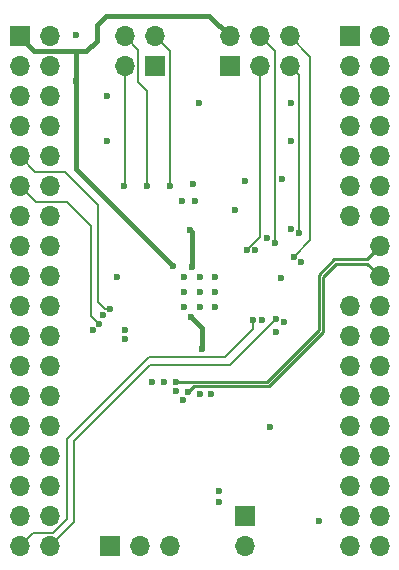
<source format=gbl>
G04 #@! TF.GenerationSoftware,KiCad,Pcbnew,(7.0.0)*
G04 #@! TF.CreationDate,2023-06-29T20:34:44+10:00*
G04 #@! TF.ProjectId,RP2040_minimal,52503230-3430-45f6-9d69-6e696d616c2e,REV1*
G04 #@! TF.SameCoordinates,Original*
G04 #@! TF.FileFunction,Copper,L4,Bot*
G04 #@! TF.FilePolarity,Positive*
%FSLAX46Y46*%
G04 Gerber Fmt 4.6, Leading zero omitted, Abs format (unit mm)*
G04 Created by KiCad (PCBNEW (7.0.0)) date 2023-06-29 20:34:44*
%MOMM*%
%LPD*%
G01*
G04 APERTURE LIST*
G04 #@! TA.AperFunction,ComponentPad*
%ADD10R,1.700000X1.700000*%
G04 #@! TD*
G04 #@! TA.AperFunction,ComponentPad*
%ADD11O,1.700000X1.700000*%
G04 #@! TD*
G04 #@! TA.AperFunction,ComponentPad*
%ADD12C,0.600000*%
G04 #@! TD*
G04 #@! TA.AperFunction,ViaPad*
%ADD13C,0.600000*%
G04 #@! TD*
G04 #@! TA.AperFunction,Conductor*
%ADD14C,0.400000*%
G04 #@! TD*
G04 #@! TA.AperFunction,Conductor*
%ADD15C,0.150000*%
G04 #@! TD*
G04 #@! TA.AperFunction,Conductor*
%ADD16C,0.230000*%
G04 #@! TD*
G04 APERTURE END LIST*
D10*
X163829999Y-119379999D03*
D11*
X163829999Y-121919999D03*
D12*
X161295000Y-101675000D03*
X161295000Y-100400000D03*
X161295000Y-99125000D03*
X160020000Y-101675000D03*
X160020000Y-100400000D03*
X160020000Y-99125000D03*
X158745000Y-101675000D03*
X158745000Y-100400000D03*
X158745000Y-99125000D03*
D10*
X152399999Y-121919999D03*
D11*
X154939999Y-121919999D03*
X157479999Y-121919999D03*
D10*
X162559999Y-81239999D03*
D11*
X162559999Y-78699999D03*
X165099999Y-81239999D03*
X165099999Y-78699999D03*
X167639999Y-81239999D03*
X167639999Y-78699999D03*
D10*
X156209999Y-81279999D03*
D11*
X153669999Y-81279999D03*
X156209999Y-78739999D03*
X153669999Y-78739999D03*
D10*
X144779999Y-78739999D03*
D11*
X147319999Y-78739999D03*
X144779999Y-81279999D03*
X147319999Y-81279999D03*
X144779999Y-83819999D03*
X147319999Y-83819999D03*
X144779999Y-86359999D03*
X147319999Y-86359999D03*
X144779999Y-88899999D03*
X147319999Y-88899999D03*
X144779999Y-91439999D03*
X147319999Y-91439999D03*
X144779999Y-93979999D03*
X147319999Y-93979999D03*
X144779999Y-96519999D03*
X147319999Y-96519999D03*
X144779999Y-99059999D03*
X147319999Y-99059999D03*
X144779999Y-101599999D03*
X147319999Y-101599999D03*
X144779999Y-104139999D03*
X147319999Y-104139999D03*
X144779999Y-106679999D03*
X147319999Y-106679999D03*
X144779999Y-109219999D03*
X147319999Y-109219999D03*
X144779999Y-111759999D03*
X147319999Y-111759999D03*
X144779999Y-114299999D03*
X147319999Y-114299999D03*
X144779999Y-116839999D03*
X147319999Y-116839999D03*
X144779999Y-119379999D03*
X147319999Y-119379999D03*
X144779999Y-121919999D03*
X147319999Y-121919999D03*
D10*
X172719999Y-78739999D03*
D11*
X175259999Y-78739999D03*
X172719999Y-81279999D03*
X175259999Y-81279999D03*
X172719999Y-83819999D03*
X175259999Y-83819999D03*
X172719999Y-86359999D03*
X175259999Y-86359999D03*
X172719999Y-88899999D03*
X175259999Y-88899999D03*
X172719999Y-91439999D03*
X175259999Y-91439999D03*
X172719999Y-93979999D03*
X175259999Y-93979999D03*
X175259999Y-96519999D03*
X175259999Y-99059999D03*
X172719999Y-101599999D03*
X175259999Y-101599999D03*
X172719999Y-104139999D03*
X175259999Y-104139999D03*
X172719999Y-106679999D03*
X175259999Y-106679999D03*
X172719999Y-109219999D03*
X175259999Y-109219999D03*
X172719999Y-111759999D03*
X175259999Y-111759999D03*
X172719999Y-114299999D03*
X175259999Y-114299999D03*
X172719999Y-116839999D03*
X175259999Y-116839999D03*
X172719999Y-119379999D03*
X175259999Y-119379999D03*
X172719999Y-121919999D03*
X175259999Y-121919999D03*
D13*
X149600000Y-82500000D03*
X157780000Y-98180000D03*
X157995030Y-108749086D03*
X158657698Y-109534822D03*
X151870022Y-102329978D03*
X150972676Y-103605429D03*
X167211041Y-102937014D03*
X165335794Y-102724500D03*
X164749503Y-96800000D03*
X165745338Y-95811342D03*
X167750325Y-95026267D03*
X168623624Y-97815750D03*
X170100000Y-119800000D03*
X161700000Y-118200000D03*
X153700000Y-104400000D03*
X152200000Y-83820000D03*
X167800000Y-84400000D03*
X167800000Y-87600000D03*
X163900000Y-91000000D03*
X159600000Y-92700000D03*
X152200000Y-87600000D03*
X167000000Y-90800000D03*
X149600000Y-78600000D03*
X161700000Y-117270000D03*
X166500000Y-103800000D03*
X161020000Y-109000000D03*
X166900000Y-99200000D03*
X158500000Y-92700000D03*
X153000000Y-99100000D03*
X163000000Y-93400000D03*
X153700000Y-103600000D03*
X157020000Y-108000000D03*
X160020000Y-109000000D03*
X166000000Y-111800000D03*
X159500000Y-91200000D03*
X156020000Y-108000000D03*
X160000000Y-84400000D03*
X159200000Y-95100000D03*
X160200000Y-105200000D03*
X159300000Y-102500000D03*
X159400000Y-98300000D03*
X153600000Y-91400000D03*
X155600000Y-91400000D03*
X157480000Y-91440000D03*
X159015749Y-108876376D03*
X158020000Y-108000000D03*
X152400000Y-101800000D03*
X151520665Y-103094096D03*
X164586304Y-102728892D03*
X166500000Y-102700000D03*
X168000000Y-97400000D03*
X168400000Y-95400000D03*
X164000000Y-96800000D03*
X166376376Y-96215749D03*
D14*
X149600000Y-82500000D02*
X149600000Y-80000000D01*
X149600000Y-80000000D02*
X150400000Y-80000000D01*
X146040000Y-80000000D02*
X149600000Y-80000000D01*
X144780000Y-78740000D02*
X146040000Y-80000000D01*
X151300000Y-79100000D02*
X151300000Y-77800000D01*
X150400000Y-80000000D02*
X151300000Y-79100000D01*
X160860000Y-77000000D02*
X162560000Y-78700000D01*
X152100000Y-77000000D02*
X160860000Y-77000000D01*
X151300000Y-77800000D02*
X152100000Y-77000000D01*
D15*
X165100000Y-95700000D02*
X165100000Y-81240000D01*
X164000000Y-96800000D02*
X165100000Y-95700000D01*
X166400000Y-80000000D02*
X165100000Y-78700000D01*
X166376376Y-96215749D02*
X166400000Y-96192125D01*
X166400000Y-96192125D02*
X166400000Y-80000000D01*
X169400000Y-96000000D02*
X169400000Y-80460000D01*
X169400000Y-80460000D02*
X167640000Y-78700000D01*
X168000000Y-97400000D02*
X169400000Y-96000000D01*
X168400000Y-95400000D02*
X168400000Y-82000000D01*
X168400000Y-82000000D02*
X167640000Y-81240000D01*
D14*
X149600000Y-90000000D02*
X149600000Y-82500000D01*
X157780000Y-98180000D02*
X149600000Y-90000000D01*
D16*
X174180000Y-97600000D02*
X175260000Y-96520000D01*
X171431298Y-97600000D02*
X174180000Y-97600000D01*
X170110000Y-98921298D02*
X171431298Y-97600000D01*
X170110000Y-103621298D02*
X170110000Y-98921298D01*
X165731298Y-108000000D02*
X170110000Y-103621298D01*
X158020000Y-108000000D02*
X165731298Y-108000000D01*
X174180000Y-97980000D02*
X175260000Y-99060000D01*
X171588702Y-97980000D02*
X174180000Y-97980000D01*
X159015749Y-108876376D02*
X159512125Y-108380000D01*
X159512125Y-108380000D02*
X165888700Y-108380000D01*
X165888700Y-108380000D02*
X170490000Y-103778700D01*
X170490000Y-103778700D02*
X170490000Y-99078702D01*
X170490000Y-99078702D02*
X171588702Y-97980000D01*
D15*
X153670000Y-91330000D02*
X153670000Y-81280000D01*
X153600000Y-91400000D02*
X153670000Y-91330000D01*
X157480000Y-91440000D02*
X157480000Y-80010000D01*
X157480000Y-80010000D02*
X156210000Y-78740000D01*
X154800000Y-82600000D02*
X154800000Y-79870000D01*
X155600000Y-83400000D02*
X154800000Y-82600000D01*
X154800000Y-79870000D02*
X153670000Y-78740000D01*
X155600000Y-91400000D02*
X155600000Y-83400000D01*
X151400000Y-101200000D02*
X151400000Y-93000000D01*
X152400000Y-101800000D02*
X152000000Y-101800000D01*
X146080000Y-90200000D02*
X144780000Y-88900000D01*
X152000000Y-101800000D02*
X151400000Y-101200000D01*
X148600000Y-90200000D02*
X146080000Y-90200000D01*
X151400000Y-93000000D02*
X148600000Y-90200000D01*
X147600000Y-120800000D02*
X145900000Y-120800000D01*
X155700000Y-105900000D02*
X148800000Y-112800000D01*
X148800000Y-119600000D02*
X147600000Y-120800000D01*
X162200000Y-105900000D02*
X155700000Y-105900000D01*
X145900000Y-120800000D02*
X144780000Y-121920000D01*
X164586304Y-103513696D02*
X162200000Y-105900000D01*
X164586304Y-102728892D02*
X164586304Y-103513696D01*
X148800000Y-112800000D02*
X148800000Y-119600000D01*
X149400000Y-119840000D02*
X147320000Y-121920000D01*
X149400000Y-113024264D02*
X149400000Y-119840000D01*
X162600000Y-106600000D02*
X155824264Y-106600000D01*
X155824264Y-106600000D02*
X149400000Y-113024264D01*
X166500000Y-102700000D02*
X162600000Y-106600000D01*
X146140000Y-92800000D02*
X144780000Y-91440000D01*
X150800000Y-94800000D02*
X148800000Y-92800000D01*
X148800000Y-92800000D02*
X146140000Y-92800000D01*
X151520665Y-103094096D02*
X150800000Y-102373431D01*
X150800000Y-102373431D02*
X150800000Y-94800000D01*
D14*
X160200000Y-103400000D02*
X160200000Y-105200000D01*
X159300000Y-102500000D02*
X160200000Y-103400000D01*
X159400000Y-98300000D02*
X159400000Y-95300000D01*
X159400000Y-95300000D02*
X159200000Y-95100000D01*
M02*

</source>
